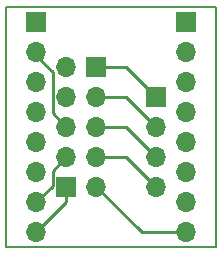
<source format=gtl>
G04 #@! TF.GenerationSoftware,KiCad,Pcbnew,(6.0.2)*
G04 #@! TF.CreationDate,2025-01-10T20:47:15+01:00*
G04 #@! TF.ProjectId,adapter,61646170-7465-4722-9e6b-696361645f70,rev?*
G04 #@! TF.SameCoordinates,Original*
G04 #@! TF.FileFunction,Copper,L1,Top*
G04 #@! TF.FilePolarity,Positive*
%FSLAX46Y46*%
G04 Gerber Fmt 4.6, Leading zero omitted, Abs format (unit mm)*
G04 Created by KiCad (PCBNEW (6.0.2)) date 2025-01-10 20:47:15*
%MOMM*%
%LPD*%
G01*
G04 APERTURE LIST*
G04 #@! TA.AperFunction,NonConductor*
%ADD10C,0.200000*%
G04 #@! TD*
G04 #@! TA.AperFunction,ComponentPad*
%ADD11R,1.700000X1.700000*%
G04 #@! TD*
G04 #@! TA.AperFunction,ComponentPad*
%ADD12O,1.700000X1.700000*%
G04 #@! TD*
G04 #@! TA.AperFunction,Conductor*
%ADD13C,0.250000*%
G04 #@! TD*
G04 APERTURE END LIST*
D10*
X152400000Y-83820000D02*
X134620000Y-83820000D01*
X152400000Y-104140000D02*
X152400000Y-83820000D01*
X134620000Y-104140000D02*
X152400000Y-104140000D01*
X134620000Y-83820000D02*
X134620000Y-104140000D01*
D11*
X139700000Y-99060000D03*
D12*
X139700000Y-96520000D03*
X139700000Y-93980000D03*
X139700000Y-91440000D03*
X139700000Y-88900000D03*
D11*
X137160000Y-85105000D03*
D12*
X137160000Y-87645000D03*
X137160000Y-90185000D03*
X137160000Y-92725000D03*
X137160000Y-95265000D03*
X137160000Y-97805000D03*
X137160000Y-100345000D03*
X137160000Y-102885000D03*
D11*
X147320000Y-91440000D03*
D12*
X147320000Y-93980000D03*
X147320000Y-96520000D03*
X147320000Y-99060000D03*
D11*
X149860000Y-85105000D03*
D12*
X149860000Y-87645000D03*
X149860000Y-90185000D03*
X149860000Y-92725000D03*
X149860000Y-95265000D03*
X149860000Y-97805000D03*
X149860000Y-100345000D03*
X149860000Y-102885000D03*
D11*
X142240000Y-88900000D03*
D12*
X142240000Y-91440000D03*
X142240000Y-93980000D03*
X142240000Y-96520000D03*
X142240000Y-99060000D03*
D13*
X137160000Y-100345000D02*
X138525489Y-98979511D01*
X138525489Y-97694511D02*
X139700000Y-96520000D01*
X138525489Y-98979511D02*
X138525489Y-97694511D01*
X138525489Y-89386499D02*
X138525489Y-92805489D01*
X138525489Y-92805489D02*
X139700000Y-93980000D01*
X137160000Y-88021010D02*
X138525489Y-89386499D01*
X137160000Y-87645000D02*
X137160000Y-88021010D01*
X139700000Y-100345000D02*
X139700000Y-99060000D01*
X137160000Y-102885000D02*
X139700000Y-100345000D01*
X147320000Y-91440000D02*
X144780000Y-88900000D01*
X144780000Y-88900000D02*
X142240000Y-88900000D01*
X144780000Y-91440000D02*
X142240000Y-91440000D01*
X147320000Y-93980000D02*
X144780000Y-91440000D01*
X147320000Y-96520000D02*
X144780000Y-93980000D01*
X144780000Y-93980000D02*
X142240000Y-93980000D01*
X144780000Y-96520000D02*
X142240000Y-96520000D01*
X147320000Y-99060000D02*
X144780000Y-96520000D01*
X146065000Y-102885000D02*
X142240000Y-99060000D01*
X149860000Y-102885000D02*
X146065000Y-102885000D01*
M02*

</source>
